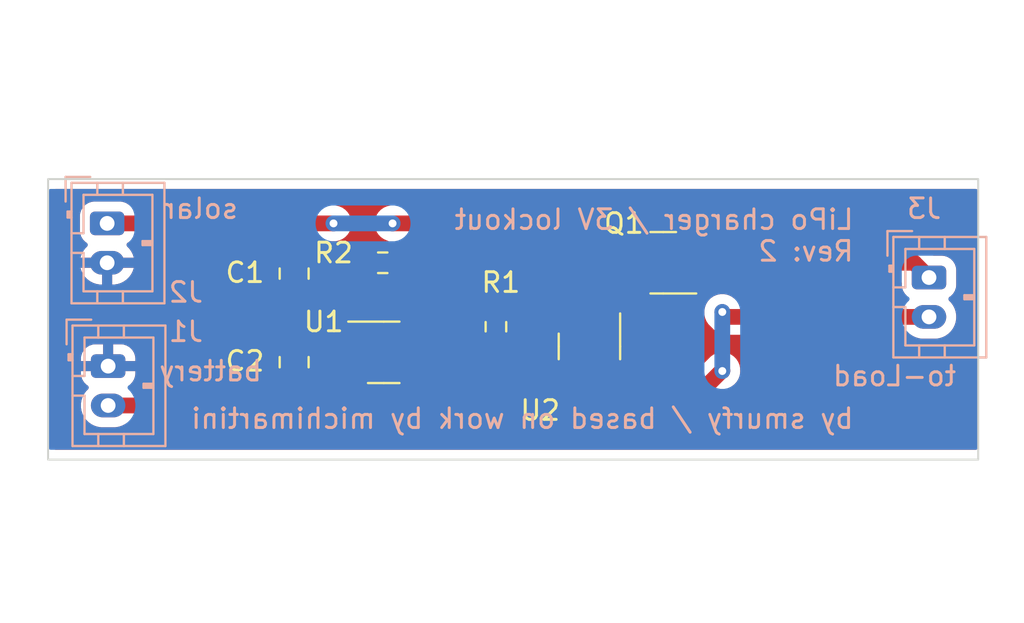
<source format=kicad_pcb>
(kicad_pcb (version 20240108) (generator "pcbnew") (generator_version "8.0")
  (layers (0 "F.Cu" signal) (31 "B.Cu" signal) (34 "B.Paste" user) (35 "F.Paste" user) (36 "B.SilkS" user "B.Silkscreen") (37 "F.SilkS" user "F.Silkscreen") (38 "B.Mask" user) (39 "F.Mask" user) (44 "Edge.Cuts" user))
  (net 0 "")
  (net 1 "Net-(J2-Pin_1)")
  (net 2 "GND")
  (net 3 "Net-(J1-Pin_2)")
  (net 4 "Net-(J3-Pin_1)")
  (net 5 "Net-(Q1-G)")
  (net 6 "Net-(U1-PROG)")
  (footprint "Capacitor_SMD:C_0805_2012Metric" (layer "F.Cu") (at 76 66.05 -90)
    (property "Reference" "C1" (at -0.05 2.5 0) (layer "F.SilkS"))
    (property "Value" "1uF")
    (fp_line (start -0.261252 0.735) (end 0.261252 0.735) (stroke (width 0.12)) (layer "F.SilkS"))
    (fp_line (start -0.261252 -0.735) (end 0.261252 -0.735) (stroke (width 0.12)) (layer "F.SilkS"))
    (pad "1" smd roundrect (at -0.95 0 270) (size 1 1.45) (layers "F.Cu" "F.Paste" "F.Mask") (net 1 "Net-(J2-Pin_1)"))
    (pad "2" smd roundrect (at 0.95 0 270) (size 1 1.45) (layers "F.Cu" "F.Paste" "F.Mask") (net 2 "GND"))
  )
  (footprint "Capacitor_SMD:C_0805_2012Metric" (layer "F.Cu") (at 76 70.55 90)
    (property "Reference" "C2" (at 0.05 -2.5 180) (layer "F.SilkS"))
    (property "Value" "1uF")
    (fp_line (start -0.261252 -0.735) (end 0.261252 -0.735) (stroke (width 0.12)) (layer "F.SilkS"))
    (fp_line (start -0.261252 0.735) (end 0.261252 0.735) (stroke (width 0.12)) (layer "F.SilkS"))
    (pad "1" smd roundrect (at -0.95 0 90) (size 1 1.45) (layers "F.Cu" "F.Paste" "F.Mask") (net 3 "Net-(J1-Pin_2)"))
    (pad "2" smd roundrect (at 0.95 0 90) (size 1 1.45) (layers "F.Cu" "F.Paste" "F.Mask") (net 2 "GND"))
  )
  (footprint "Package_TO_SOT_SMD:SOT-23" (layer "F.Cu") (at 94.75 65.5 180)
    (property "Reference" "Q1" (at 2 2 180) (layer "F.SilkS"))
    (property "Value" "BSS123")
    (fp_line (start 0 1.56) (end 0.65 1.56) (stroke (width 0.12)) (layer "F.SilkS"))
    (fp_line (start 0 1.56) (end -0.65 1.56) (stroke (width 0.12)) (layer "F.SilkS"))
    (fp_line (start 0 -1.56) (end 0.65 -1.56) (stroke (width 0.12)) (layer "F.SilkS"))
    (fp_line (start 0 -1.56) (end -1.675 -1.56) (stroke (width 0.12)) (layer "F.SilkS"))
    (pad "1" smd roundrect (at -0.9375 -0.95 180) (size 1.475 0.6) (layers "F.Cu" "F.Paste" "F.Mask") (net 5 "Net-(Q1-G)"))
    (pad "2" smd roundrect (at -0.9375 0.95 180) (size 1.475 0.6) (layers "F.Cu" "F.Paste" "F.Mask") (net 2 "GND"))
    (pad "3" smd roundrect (at 0.9375 0 180) (size 1.475 0.6) (layers "F.Cu" "F.Paste" "F.Mask") (net 4 "Net-(J3-Pin_1)"))
  )
  (footprint "Package_TO_SOT_SMD:SOT-23" (layer "F.Cu") (at 91 69.75 -90)
    (property "Reference" "U2" (at 3.25 2.5 180) (layer "F.SilkS"))
    (property "Value" "MCP120T-315I/TT")
    (fp_line (start 0 1.56) (end -0.65 1.56) (stroke (width 0.12)) (layer "F.SilkS"))
    (fp_line (start 0 1.56) (end 0.65 1.56) (stroke (width 0.12)) (layer "F.SilkS"))
    (fp_line (start 0 -1.56) (end -1.675 -1.56) (stroke (width 0.12)) (layer "F.SilkS"))
    (fp_line (start 0 -1.56) (end 0.65 -1.56) (stroke (width 0.12)) (layer "F.SilkS"))
    (pad "1" smd roundrect (at -0.9375 -0.95 270) (size 1.475 0.6) (layers "F.Cu" "F.Paste" "F.Mask") (net 5 "Net-(Q1-G)"))
    (pad "2" smd roundrect (at -0.9375 0.95 270) (size 1.475 0.6) (layers "F.Cu" "F.Paste" "F.Mask") (net 3 "Net-(J1-Pin_2)"))
    (pad "3" smd roundrect (at 0.9375 0 270) (size 1.475 0.6) (layers "F.Cu" "F.Paste" "F.Mask") (net 2 "GND"))
  )
  (footprint "Resistor_SMD:R_0603_1608Metric" (layer "F.Cu") (at 86.25 68.75 90)
    (property "Reference" "R1" (at 2.25 0.25 180) (layer "F.SilkS"))
    (property "Value" "270")
    (fp_line (start -0.237258 -0.5225) (end 0.237258 -0.5225) (stroke (width 0.12)) (layer "F.SilkS"))
    (fp_line (start -0.237258 0.5225) (end 0.237258 0.5225) (stroke (width 0.12)) (layer "F.SilkS"))
    (pad "1" smd roundrect (at -0.825 0 90) (size 0.8 0.95) (layers "F.Cu" "F.Paste" "F.Mask") (net 3 "Net-(J1-Pin_2)"))
    (pad "2" smd roundrect (at 0.825 0 90) (size 0.8 0.95) (layers "F.Cu" "F.Paste" "F.Mask") (net 5 "Net-(Q1-G)"))
  )
  (footprint "Resistor_SMD:R_0603_1608Metric" (layer "F.Cu") (at 80.5 65.5 180)
    (property "Reference" "R2" (at 2.5 0.5 0) (layer "F.SilkS"))
    (property "Value" "2k")
    (fp_line (start -0.237258 0.5225) (end 0.237258 0.5225) (stroke (width 0.12)) (layer "F.SilkS"))
    (fp_line (start -0.237258 -0.5225) (end 0.237258 -0.5225) (stroke (width 0.12)) (layer "F.SilkS"))
    (pad "1" smd roundrect (at -0.825 0 180) (size 0.8 0.95) (layers "F.Cu" "F.Paste" "F.Mask") (net 6 "Net-(U1-PROG)"))
    (pad "2" smd roundrect (at 0.825 0 180) (size 0.8 0.95) (layers "F.Cu" "F.Paste" "F.Mask") (net 2 "GND"))
  )
  (footprint "Package_TO_SOT_SMD:SOT-23-5" (layer "F.Cu") (at 80.55 70.05)
    (property "Reference" "U1" (at -3.05 -1.55 0) (layer "F.SilkS"))
    (property "Value" "MCP73812T-420I-OT")
    (fp_line (start 0 -1.56) (end -1.8 -1.56) (stroke (width 0.12)) (layer "F.SilkS"))
    (fp_line (start 0 -1.56) (end 0.8 -1.56) (stroke (width 0.12)) (layer "F.SilkS"))
    (fp_line (start 0 1.56) (end -0.8 1.56) (stroke (width 0.12)) (layer "F.SilkS"))
    (fp_line (start 0 1.56) (end 0.8 1.56) (stroke (width 0.12)) (layer "F.SilkS"))
    (pad "1" smd roundrect (at -1.1375 -0.95) (size 1.325 0.6) (layers "F.Cu" "F.Paste" "F.Mask") (net 1 "Net-(J2-Pin_1)"))
    (pad "2" smd roundrect (at -1.1375 0) (size 1.325 0.6) (layers "F.Cu" "F.Paste" "F.Mask") (net 2 "GND"))
    (pad "3" smd roundrect (at -1.1375 0.95) (size 1.325 0.6) (layers "F.Cu" "F.Paste" "F.Mask") (net 3 "Net-(J1-Pin_2)"))
    (pad "4" smd roundrect (at 1.1375 0.95) (size 1.325 0.6) (layers "F.Cu" "F.Paste" "F.Mask") (net 1 "Net-(J2-Pin_1)"))
    (pad "5" smd roundrect (at 1.1375 -0.95) (size 1.325 0.6) (layers "F.Cu" "F.Paste" "F.Mask") (net 6 "Net-(U1-PROG)"))
  )
  (footprint "Connector_JST:JST_PH_B2B-PH-K_1x02_P2.00mm_Vertical" (layer "B.Cu") (at 108.25 66.25 -90)
    (property "Reference" "J3" (at -3.5 0.25 0) (layer "B.SilkS") (effects (justify mirror)))
    (property "Value" "Conn_01x02")
    (fp_line (start -2.36 2.11) (end -2.36 0.86) (stroke (width 0.12)) (layer "B.SilkS"))
    (fp_line (start -1.11 2.11) (end -2.36 2.11) (stroke (width 0.12)) (layer "B.SilkS"))
    (fp_line (start -0.6 2.01) (end -0.6 1.81) (stroke (width 0.12)) (layer "B.SilkS"))
    (fp_line (start -0.3 2.01) (end -0.6 2.01) (stroke (width 0.12)) (layer "B.SilkS"))
    (fp_line (start -0.3 1.91) (end -0.6 1.91) (stroke (width 0.12)) (layer "B.SilkS"))
    (fp_line (start -2.06 1.81) (end -2.06 -2.91) (stroke (width 0.12)) (layer "B.SilkS"))
    (fp_line (start -0.3 1.81) (end -0.3 2.01) (stroke (width 0.12)) (layer "B.SilkS"))
    (fp_line (start 0.5 1.81) (end 0.5 1.2) (stroke (width 0.12)) (layer "B.SilkS"))
    (fp_line (start 4.06 1.81) (end -2.06 1.81) (stroke (width 0.12)) (layer "B.SilkS"))
    (fp_line (start -1.45 1.2) (end -1.45 -2.3) (stroke (width 0.12)) (layer "B.SilkS"))
    (fp_line (start 0.5 1.2) (end -1.45 1.2) (stroke (width 0.12)) (layer "B.SilkS"))
    (fp_line (start 1.5 1.2) (end 1.5 1.81) (stroke (width 0.12)) (layer "B.SilkS"))
    (fp_line (start 3.45 1.2) (end 1.5 1.2) (stroke (width 0.12)) (layer "B.SilkS"))
    (fp_line (start -2.06 0.5) (end -1.45 0.5) (stroke (width 0.12)) (layer "B.SilkS"))
    (fp_line (start 4.06 0.5) (end 3.45 0.5) (stroke (width 0.12)) (layer "B.SilkS"))
    (fp_line (start -2.06 -0.8) (end -1.45 -0.8) (stroke (width 0.12)) (layer "B.SilkS"))
    (fp_line (start 4.06 -0.8) (end 3.45 -0.8) (stroke (width 0.12)) (layer "B.SilkS"))
    (fp_line (start 0.9 -1.8) (end 1.1 -1.8) (stroke (width 0.12)) (layer "B.SilkS"))
    (fp_line (start 1.1 -1.8) (end 1.1 -2.3) (stroke (width 0.12)) (layer "B.SilkS"))
    (fp_line (start -1.45 -2.3) (end 3.45 -2.3) (stroke (width 0.12)) (layer "B.SilkS"))
    (fp_line (start 0.9 -2.3) (end 0.9 -1.8) (stroke (width 0.12)) (layer "B.SilkS"))
    (fp_line (start 1 -2.3) (end 1 -1.8) (stroke (width 0.12)) (layer "B.SilkS"))
    (fp_line (start 3.45 -2.3) (end 3.45 1.2) (stroke (width 0.12)) (layer "B.SilkS"))
    (fp_line (start -2.06 -2.91) (end 4.06 -2.91) (stroke (width 0.12)) (layer "B.SilkS"))
    (fp_line (start 4.06 -2.91) (end 4.06 1.81) (stroke (width 0.12)) (layer "B.SilkS"))
    (pad "1" thru_hole roundrect (at 0 0 270) (size 1.2 1.75) (drill 0.75) (layers "*.Cu" "*.Mask") (roundrect_rratio 0.2083333333) (net 4 "Net-(J3-Pin_1)"))
    (pad "2" thru_hole oval (at 2 0 270) (size 1.2 1.75) (drill 0.75) (layers "*.Cu" "*.Mask") (net 3 "Net-(J1-Pin_2)"))
  )
  (footprint "Connector_JST:JST_PH_B2B-PH-K_1x02_P2.00mm_Vertical" (layer "B.Cu") (at 66.55 70.75 -90)
    (property "Reference" "J1" (at -1.75 -3.95 0) (layer "B.SilkS") (effects (justify mirror)))
    (property "Value" "Conn_01x02")
    (fp_line (start -2.36 2.11) (end -2.36 0.86) (stroke (width 0.12)) (layer "B.SilkS"))
    (fp_line (start -1.11 2.11) (end -2.36 2.11) (stroke (width 0.12)) (layer "B.SilkS"))
    (fp_line (start -0.6 2.01) (end -0.6 1.81) (stroke (width 0.12)) (layer "B.SilkS"))
    (fp_line (start -0.3 2.01) (end -0.6 2.01) (stroke (width 0.12)) (layer "B.SilkS"))
    (fp_line (start -0.3 1.91) (end -0.6 1.91) (stroke (width 0.12)) (layer "B.SilkS"))
    (fp_line (start -2.06 1.81) (end -2.06 -2.91) (stroke (width 0.12)) (layer "B.SilkS"))
    (fp_line (start -0.3 1.81) (end -0.3 2.01) (stroke (width 0.12)) (layer "B.SilkS"))
    (fp_line (start 0.5 1.81) (end 0.5 1.2) (stroke (width 0.12)) (layer "B.SilkS"))
    (fp_line (start 4.06 1.81) (end -2.06 1.81) (stroke (width 0.12)) (layer "B.SilkS"))
    (fp_line (start -1.45 1.2) (end -1.45 -2.3) (stroke (width 0.12)) (layer "B.SilkS"))
    (fp_line (start 0.5 1.2) (end -1.45 1.2) (stroke (width 0.12)) (layer "B.SilkS"))
    (fp_line (start 1.5 1.2) (end 1.5 1.81) (stroke (width 0.12)) (layer "B.SilkS"))
    (fp_line (start 3.45 1.2) (end 1.5 1.2) (stroke (width 0.12)) (layer "B.SilkS"))
    (fp_line (start -2.06 0.5) (end -1.45 0.5) (stroke (width 0.12)) (layer "B.SilkS"))
    (fp_line (start 4.06 0.5) (end 3.45 0.5) (stroke (width 0.12)) (layer "B.SilkS"))
    (fp_line (start -2.06 -0.8) (end -1.45 -0.8) (stroke (width 0.12)) (layer "B.SilkS"))
    (fp_line (start 4.06 -0.8) (end 3.45 -0.8) (stroke (width 0.12)) (layer "B.SilkS"))
    (fp_line (start 0.9 -1.8) (end 1.1 -1.8) (stroke (width 0.12)) (layer "B.SilkS"))
    (fp_line (start 1.1 -1.8) (end 1.1 -2.3) (stroke (width 0.12)) (layer "B.SilkS"))
    (fp_line (start -1.45 -2.3) (end 3.45 -2.3) (stroke (width 0.12)) (layer "B.SilkS"))
    (fp_line (start 0.9 -2.3) (end 0.9 -1.8) (stroke (width 0.12)) (layer "B.SilkS"))
    (fp_line (start 1 -2.3) (end 1 -1.8) (stroke (width 0.12)) (layer "B.SilkS"))
    (fp_line (start 3.45 -2.3) (end 3.45 1.2) (stroke (width 0.12)) (layer "B.SilkS"))
    (fp_line (start -2.06 -2.91) (end 4.06 -2.91) (stroke (width 0.12)) (layer "B.SilkS"))
    (fp_line (start 4.06 -2.91) (end 4.06 1.81) (stroke (width 0.12)) (layer "B.SilkS"))
    (pad "1" thru_hole roundrect (at 0 0 270) (size 1.2 1.75) (drill 0.75) (layers "*.Cu" "*.Mask") (roundrect_rratio 0.2083333333) (net 2 "GND"))
    (pad "2" thru_hole oval (at 2 0 270) (size 1.2 1.75) (drill 0.75) (layers "*.Cu" "*.Mask") (net 3 "Net-(J1-Pin_2)"))
  )
  (footprint "Connector_JST:JST_PH_B2B-PH-K_1x02_P2.00mm_Vertical" (layer "B.Cu") (at 66.5 63.5 -90)
    (property "Reference" "J2" (at 3.5 -4 180) (layer "B.SilkS") (effects (justify mirror)))
    (property "Value" "Conn_01x02")
    (fp_line (start -2.36 2.11) (end -2.36 0.86) (stroke (width 0.12)) (layer "B.SilkS"))
    (fp_line (start -1.11 2.11) (end -2.36 2.11) (stroke (width 0.12)) (layer "B.SilkS"))
    (fp_line (start -0.6 2.01) (end -0.6 1.81) (stroke (width 0.12)) (layer "B.SilkS"))
    (fp_line (start -0.3 2.01) (end -0.6 2.01) (stroke (width 0.12)) (layer "B.SilkS"))
    (fp_line (start -0.3 1.91) (end -0.6 1.91) (stroke (width 0.12)) (layer "B.SilkS"))
    (fp_line (start -2.06 1.81) (end -2.06 -2.91) (stroke (width 0.12)) (layer "B.SilkS"))
    (fp_line (start -0.3 1.81) (end -0.3 2.01) (stroke (width 0.12)) (layer "B.SilkS"))
    (fp_line (start 0.5 1.81) (end 0.5 1.2) (stroke (width 0.12)) (layer "B.SilkS"))
    (fp_line (start 4.06 1.81) (end -2.06 1.81) (stroke (width 0.12)) (layer "B.SilkS"))
    (fp_line (start -1.45 1.2) (end -1.45 -2.3) (stroke (width 0.12)) (layer "B.SilkS"))
    (fp_line (start 0.5 1.2) (end -1.45 1.2) (stroke (width 0.12)) (layer "B.SilkS"))
    (fp_line (start 1.5 1.2) (end 1.5 1.81) (stroke (width 0.12)) (layer "B.SilkS"))
    (fp_line (start 3.45 1.2) (end 1.5 1.2) (stroke (width 0.12)) (layer "B.SilkS"))
    (fp_line (start -2.06 0.5) (end -1.45 0.5) (stroke (width 0.12)) (layer "B.SilkS"))
    (fp_line (start 4.06 0.5) (end 3.45 0.5) (stroke (width 0.12)) (layer "B.SilkS"))
    (fp_line (start -2.06 -0.8) (end -1.45 -0.8) (stroke (width 0.12)) (layer "B.SilkS"))
    (fp_line (start 4.06 -0.8) (end 3.45 -0.8) (stroke (width 0.12)) (layer "B.SilkS"))
    (fp_line (start 0.9 -1.8) (end 1.1 -1.8) (stroke (width 0.12)) (layer "B.SilkS"))
    (fp_line (start 1.1 -1.8) (end 1.1 -2.3) (stroke (width 0.12)) (layer "B.SilkS"))
    (fp_line (start -1.45 -2.3) (end 3.45 -2.3) (stroke (width 0.12)) (layer "B.SilkS"))
    (fp_line (start 0.9 -2.3) (end 0.9 -1.8) (stroke (width 0.12)) (layer "B.SilkS"))
    (fp_line (start 1 -2.3) (end 1 -1.8) (stroke (width 0.12)) (layer "B.SilkS"))
    (fp_line (start 3.45 -2.3) (end 3.45 1.2) (stroke (width 0.12)) (layer "B.SilkS"))
    (fp_line (start -2.06 -2.91) (end 4.06 -2.91) (stroke (width 0.12)) (layer "B.SilkS"))
    (fp_line (start 4.06 -2.91) (end 4.06 1.81) (stroke (width 0.12)) (layer "B.SilkS"))
    (pad "1" thru_hole roundrect (at 0 0 270) (size 1.2 1.75) (drill 0.75) (layers "*.Cu" "*.Mask") (roundrect_rratio 0.2083333333) (net 1 "Net-(J2-Pin_1)"))
    (pad "2" thru_hole oval (at 2 0 270) (size 1.2 1.75) (drill 0.75) (layers "*.Cu" "*.Mask") (net 2 "GND"))
  )
  (gr_rect (start 63.5 61.25) (end 110.75 75.5) (stroke (width 0.1)) (fill none) (layer "Edge.Cuts"))
  (gr_text "solar" (at 71.25 62.75 0) (layer "B.SilkS") (effects (font (size 1 1)) (justify mirror)))
  (gr_text "battery" (at 71.75 71 0) (layer "B.SilkS") (effects (font (size 1 1)) (justify mirror)))
  (gr_text "by smurfy / based on work by michimartini" (at 104.5 74 0) (layer "B.SilkS") (effects (font (size 1 1)) (justify left bottom mirror)))
  (gr_text "LiPo charger / 3V lockout\nRev: 2" (at 104.5 65.5 0) (layer "B.SilkS") (effects (font (size 1 1)) (justify left bottom mirror)))
  (gr_text "to-Load" (at 106.5 71.25 0) (layer "B.SilkS") (effects (font (size 1 1)) (justify mirror)))
  (segment (start 81 63.5) (end 83.5 63.5) (width 0.8) (layer "F.Cu") (net 1))
  (segment (start 79.4125 67.6875) (end 79.4125 69.1) (width 0.8) (layer "F.Cu") (net 1))
  (segment (start 83.5 63.5) (end 83.5 71) (width 0.8) (layer "F.Cu") (net 1))
  (segment (start 76.825 65.1) (end 79.4125 67.6875) (width 0.8) (layer "F.Cu") (net 1))
  (segment (start 76 65.1) (end 76 63.5) (width 0.8) (layer "F.Cu") (net 1))
  (segment (start 83.5 71) (end 81.6875 71) (width 0.8) (layer "F.Cu") (net 1))
  (segment (start 76 65.1) (end 76.825 65.1) (width 0.8) (layer "F.Cu") (net 1))
  (segment (start 76 63.5) (end 78 63.5) (width 0.8) (layer "F.Cu") (net 1))
  (segment (start 66.5 63.5) (end 76 63.5) (width 0.8) (layer "F.Cu") (net 1))
  (via (at 81 63.5) (size 0.8) (drill 0.4) (layers "F.Cu" "B.Cu") (net 1))
  (via (at 78 63.5) (size 0.8) (drill 0.4) (layers "F.Cu" "B.Cu") (net 1))
  (segment (start 78 63.5) (end 81 63.5) (width 0.8) (layer "B.Cu") (net 1))
  (segment (start 89.2 68.8125) (end 88.3125 69.7) (width 0.8) (layer "F.Cu") (net 3))
  (segment (start 86 73) (end 86.25 72.75) (width 0.8) (layer "F.Cu") (net 3))
  (segment (start 79.4125 72.9125) (end 79.5 73) (width 0.25) (layer "F.Cu") (net 3))
  (segment (start 76 71.5) (end 77.5 73) (width 0.8) (layer "F.Cu") (net 3))
  (segment (start 88.1875 69.575) (end 88.3125 69.7) (width 0.8) (layer "F.Cu") (net 3))
  (segment (start 66.55 72.75) (end 74.75 72.75) (width 0.8) (layer "F.Cu") (net 3))
  (segment (start 79.5 73) (end 86 73) (width 0.8) (layer "F.Cu") (net 3))
  (segment (start 97.9625 68.25) (end 97.75 68.0375) (width 0.8) (layer "F.Cu") (net 3))
  (segment (start 90.05 68.8125) (end 89.2 68.8125) (width 0.8) (layer "F.Cu") (net 3))
  (segment (start 88.3125 69.7) (end 88.3125 69.79816) (width 0.8) (layer "F.Cu") (net 3))
  (segment (start 90.53934 72.025) (end 96.6875 72.025) (width 0.8) (layer "F.Cu") (net 3))
  (segment (start 108.25 68.25) (end 97.9625 68.25) (width 0.8) (layer "F.Cu") (net 3))
  (segment (start 86.25 72.75) (end 86.25 69.575) (width 0.8) (layer "F.Cu") (net 3))
  (segment (start 74.75 72.75) (end 76 71.5) (width 0.8) (layer "F.Cu") (net 3))
  (segment (start 86.25 69.575) (end 88.1875 69.575) (width 0.8) (layer "F.Cu") (net 3))
  (segment (start 79.4125 71) (end 79.4125 72.9125) (width 0.8) (layer "F.Cu") (net 3))
  (segment (start 88.3125 69.79816) (end 90.53934 72.025) (width 0.8) (layer "F.Cu") (net 3))
  (segment (start 97.75 70.9625) (end 97.75 71) (width 0.8) (layer "F.Cu") (net 3))
  (segment (start 77.5 73) (end 79.5 73) (width 0.8) (layer "F.Cu") (net 3))
  (segment (start 96.6875 72.025) (end 97.75 70.9625) (width 0.8) (layer "F.Cu") (net 3))
  (via (at 97.75 68) (size 0.8) (drill 0.4) (layers "F.Cu" "B.Cu") (net 3))
  (via (at 97.75 71) (size 0.8) (drill 0.4) (layers "F.Cu" "B.Cu") (net 3))
  (segment (start 97.75 71) (end 97.75 68) (width 0.8) (layer "B.Cu") (net 3))
  (segment (start 107.5 65.5) (end 108.25 66.25) (width 0.8) (layer "F.Cu") (net 4))
  (segment (start 93.8125 65.5) (end 107.5 65.5) (width 0.8) (layer "F.Cu") (net 4))
  (segment (start 88.3125 67.8) (end 90.0125 66.1) (width 0.5) (layer "F.Cu") (net 5))
  (segment (start 88.3125 67.8) (end 86.375 67.8) (width 0.5) (layer "F.Cu") (net 5))
  (segment (start 91.95 68.8125) (end 91.95 67.676472) (width 0.8) (layer "F.Cu") (net 5))
  (segment (start 92.826472 66.1) (end 93.176472 66.45) (width 0.5) (layer "F.Cu") (net 5))
  (segment (start 90.0125 66.1) (end 92.826472 66.1) (width 0.5) (layer "F.Cu") (net 5))
  (segment (start 91.95 67.676472) (end 93.176472 66.45) (width 0.8) (layer "F.Cu") (net 5))
  (segment (start 93.176472 66.45) (end 95.6875 66.45) (width 0.5) (layer "F.Cu") (net 5))
  (segment (start 86.375 67.8) (end 86.25 67.925) (width 0.5) (layer "F.Cu") (net 5))
  (segment (start 81.325 68.7375) (end 81.325 65.5) (width 0.8) (layer "F.Cu") (net 6))
  (segment (start 81.6875 69.1) (end 81.325 68.7375) (width 0.25) (layer "F.Cu") (net 6))
  (zone (net 2) (net_name "GND") (layer "F.Cu") (connect_pads (clearance 0.508)) (min_thickness 0.254) (fill yes (thermal_gap 0.508) (thermal_bridge_width 0.508))
    (polygon (pts (xy 110.75 75) (xy 63.75 75) (xy 63.75 61.75) (xy 110.75 61.75)))
  )
  (zone (net 2) (net_name "GND") (layer "B.Cu") (connect_pads (clearance 0.508)) (min_thickness 0.254) (fill yes (thermal_gap 0.508) (thermal_bridge_width 0.508))
    (polygon (pts (xy 110.75 75) (xy 63.5 75) (xy 63.5 61.75) (xy 110.75 61.75)))
  )
)
</source>
